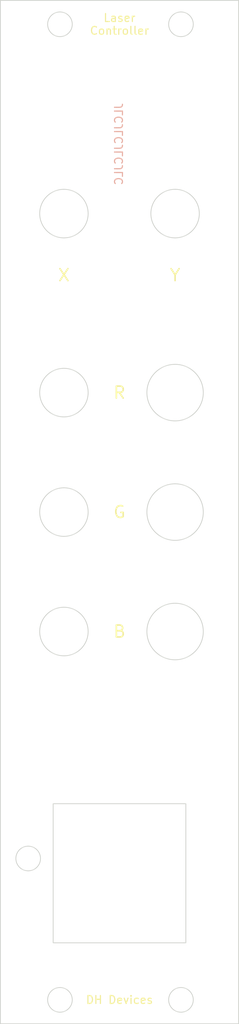
<source format=kicad_pcb>
(kicad_pcb (version 20221018) (generator pcbnew)

  (general
    (thickness 1.6)
  )

  (paper "A4")
  (layers
    (0 "F.Cu" signal)
    (31 "B.Cu" signal)
    (32 "B.Adhes" user "B.Adhesive")
    (33 "F.Adhes" user "F.Adhesive")
    (34 "B.Paste" user)
    (35 "F.Paste" user)
    (36 "B.SilkS" user "B.Silkscreen")
    (37 "F.SilkS" user "F.Silkscreen")
    (38 "B.Mask" user)
    (39 "F.Mask" user)
    (40 "Dwgs.User" user "User.Drawings")
    (41 "Cmts.User" user "User.Comments")
    (42 "Eco1.User" user "User.Eco1")
    (43 "Eco2.User" user "User.Eco2")
    (44 "Edge.Cuts" user)
    (45 "Margin" user)
    (46 "B.CrtYd" user "B.Courtyard")
    (47 "F.CrtYd" user "F.Courtyard")
    (48 "B.Fab" user)
    (49 "F.Fab" user)
    (50 "User.1" user)
    (51 "User.2" user)
    (52 "User.3" user)
    (53 "User.4" user)
    (54 "User.5" user)
    (55 "User.6" user)
    (56 "User.7" user)
    (57 "User.8" user)
    (58 "User.9" user)
  )

  (setup
    (pad_to_mask_clearance 0)
    (grid_origin 92.9 45.8)
    (pcbplotparams
      (layerselection 0x00010fc_ffffffff)
      (plot_on_all_layers_selection 0x0000000_00000000)
      (disableapertmacros false)
      (usegerberextensions false)
      (usegerberattributes true)
      (usegerberadvancedattributes true)
      (creategerberjobfile true)
      (dashed_line_dash_ratio 12.000000)
      (dashed_line_gap_ratio 3.000000)
      (svgprecision 4)
      (plotframeref false)
      (viasonmask false)
      (mode 1)
      (useauxorigin false)
      (hpglpennumber 1)
      (hpglpenspeed 20)
      (hpglpendiameter 15.000000)
      (dxfpolygonmode true)
      (dxfimperialunits true)
      (dxfusepcbnewfont true)
      (psnegative false)
      (psa4output false)
      (plotreference true)
      (plotvalue true)
      (plotinvisibletext false)
      (sketchpadsonfab false)
      (subtractmaskfromsilk false)
      (outputformat 1)
      (mirror false)
      (drillshape 1)
      (scaleselection 1)
      (outputdirectory "")
    )
  )

  (net 0 "")

  (gr_circle (center 100.9 95.05) (end 103.95 95.05)
    (stroke (width 0.1) (type default)) (fill none) (layer "Edge.Cuts") (tstamp 00b3fdc6-9c02-4a8e-9cd4-f795334f06f5))
  (gr_circle (center 100.9 125.05) (end 103.95 125.05)
    (stroke (width 0.1) (type default)) (fill none) (layer "Edge.Cuts") (tstamp 0345205a-3473-4fc6-8147-191364675914))
  (gr_rect (start 92.9 45.8) (end 122.9 174.3)
    (stroke (width 0.1) (type default)) (fill none) (layer "Edge.Cuts") (tstamp 061381c7-d4a9-4456-bc8f-3df6fe16fd6e))
  (gr_circle (center 96.4 153.55) (end 97.95 153.55)
    (stroke (width 0.1) (type default)) (fill none) (layer "Edge.Cuts") (tstamp 0fbaf125-ec6e-41c5-bb57-f011e3e2d787))
  (gr_circle (center 100.9 72.57) (end 103.95 72.57)
    (stroke (width 0.1) (type default)) (fill none) (layer "Edge.Cuts") (tstamp 19772cc3-1fa6-4e8e-a708-a82ba0953ae8))
  (gr_circle (center 100.4 48.8) (end 101.95 48.8)
    (stroke (width 0.1) (type default)) (fill none) (layer "Edge.Cuts") (tstamp 33daff8e-f8c8-4418-a14e-e1abb60e082a))
  (gr_circle (center 114.9 125.05) (end 118.45 125.05)
    (stroke (width 0.1) (type default)) (fill none) (layer "Edge.Cuts") (tstamp 383e94b1-dd70-4082-83f4-66ec7b175ec9))
  (gr_circle (center 114.9 110.05) (end 118.45 110.05)
    (stroke (width 0.1) (type default)) (fill none) (layer "Edge.Cuts") (tstamp 5a2b16ea-449b-4f23-821c-226a64c1d3ff))
  (gr_circle (center 100.4 171.3) (end 101.95 171.3)
    (stroke (width 0.1) (type default)) (fill none) (layer "Edge.Cuts") (tstamp 5fae6dea-9431-4533-8521-ce426c665638))
  (gr_circle (center 100.9 110.05) (end 103.95 110.05)
    (stroke (width 0.1) (type default)) (fill none) (layer "Edge.Cuts") (tstamp 764c0032-d175-4107-8845-24ac033115b4))
  (gr_circle (center 114.9 72.57) (end 117.95 72.57)
    (stroke (width 0.1) (type default)) (fill none) (layer "Edge.Cuts") (tstamp 9e619aa4-9f1f-417f-8ac1-28c1952a4913))
  (gr_circle (center 114.9 95.05) (end 118.45 95.05)
    (stroke (width 0.1) (type default)) (fill none) (layer "Edge.Cuts") (tstamp 9f65d94d-e0c4-4863-ae58-464b1d89cadf))
  (gr_rect (start 116.255 146.67) (end 99.545 164.14)
    (stroke (width 0.1) (type default)) (fill none) (layer "Edge.Cuts") (tstamp ae63d8d0-cb7e-4068-a17a-629b55b34c64))
  (gr_circle (center 115.64 171.3) (end 117.19 171.3)
    (stroke (width 0.1) (type default)) (fill none) (layer "Edge.Cuts") (tstamp c6d2a38c-5592-4756-a456-d4a3c7a63dee))
  (gr_circle (center 115.64 48.8) (end 117.19 48.8)
    (stroke (width 0.1) (type default)) (fill none) (layer "Edge.Cuts") (tstamp e9f8ad82-25cf-4af6-892c-c4539d425334))
  (gr_text "JLCJLCJLCJLC" (at 108.4 58.6 90) (layer "B.SilkS") (tstamp dbfe342c-3d1f-4ba8-ba6c-bc4896fca5dd)
    (effects (font (size 1 1) (thickness 0.15)) (justify left bottom mirror))
  )
  (gr_text "G" (at 107.9 110.05) (layer "F.SilkS") (tstamp 11115c71-f2dc-4bc4-92ab-bd5212183b4e)
    (effects (font (size 1.5 1.5) (thickness 0.2)))
  )
  (gr_text "B" (at 107.9 125.05) (layer "F.SilkS") (tstamp 4ed7346c-6217-425f-ace7-31c9debf25f0)
    (effects (font (size 1.5 1.5) (thickness 0.2)))
  )
  (gr_text "R" (at 107.9 95.05) (layer "F.SilkS") (tstamp 6ad45b0d-5eed-4cd9-a877-adc4ab5601f4)
    (effects (font (size 1.5 1.5) (thickness 0.2)))
  )
  (gr_text "Laser\nController" (at 107.9 48.8) (layer "F.SilkS") (tstamp 809a832c-3291-4112-b73f-19a9e244cf24)
    (effects (font (size 1 1) (thickness 0.15)))
  )
  (gr_text "Y" (at 114.9 80.3) (layer "F.SilkS") (tstamp 8bd8e8a2-04e0-4d7f-abff-902875ec345d)
    (effects (font (size 1.5 1.5) (thickness 0.2)))
  )
  (gr_text "DH Devices" (at 107.9 171.3) (layer "F.SilkS") (tstamp b605803a-c079-46f7-be4b-011ba36df06c)
    (effects (font (size 1 1) (thickness 0.15)))
  )
  (gr_text "X" (at 100.9 80.3) (layer "F.SilkS") (tstamp f4adc46f-9309-45c2-a5e3-2a06657ba879)
    (effects (font (size 1.5 1.5) (thickness 0.2)))
  )

)

</source>
